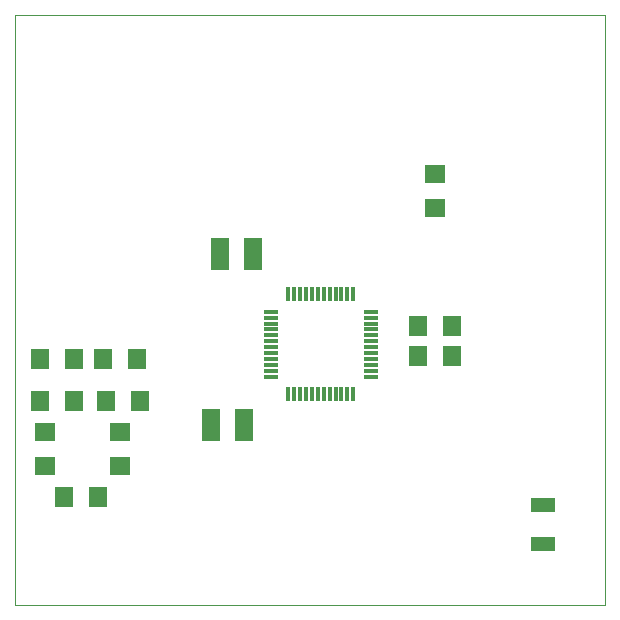
<source format=gtp>
G75*
%MOIN*%
%OFA0B0*%
%FSLAX25Y25*%
%IPPOS*%
%LPD*%
%AMOC8*
5,1,8,0,0,1.08239X$1,22.5*
%
%ADD10C,0.00000*%
%ADD11R,0.04724X0.01181*%
%ADD12R,0.01181X0.04724*%
%ADD13R,0.06299X0.07098*%
%ADD14R,0.07098X0.06299*%
%ADD15R,0.08000X0.05000*%
%ADD16R,0.06299X0.10630*%
D10*
X0002550Y0001000D02*
X0002550Y0197850D01*
X0199400Y0197850D01*
X0199400Y0001000D01*
X0002550Y0001000D01*
D11*
X0087818Y0077173D03*
X0087818Y0079142D03*
X0087818Y0081110D03*
X0087818Y0083079D03*
X0087818Y0085047D03*
X0087818Y0087016D03*
X0087818Y0088984D03*
X0087818Y0090953D03*
X0087818Y0092921D03*
X0087818Y0094890D03*
X0087818Y0096858D03*
X0087818Y0098827D03*
X0121282Y0098827D03*
X0121282Y0096858D03*
X0121282Y0094890D03*
X0121282Y0092921D03*
X0121282Y0090953D03*
X0121282Y0088984D03*
X0121282Y0087016D03*
X0121282Y0085047D03*
X0121282Y0083079D03*
X0121282Y0081110D03*
X0121282Y0079142D03*
X0121282Y0077173D03*
D12*
X0115377Y0071268D03*
X0113408Y0071268D03*
X0111440Y0071268D03*
X0109471Y0071268D03*
X0107503Y0071268D03*
X0105534Y0071268D03*
X0103566Y0071268D03*
X0101597Y0071268D03*
X0099629Y0071268D03*
X0097660Y0071268D03*
X0095692Y0071268D03*
X0093723Y0071268D03*
X0093723Y0104732D03*
X0095692Y0104732D03*
X0097660Y0104732D03*
X0099629Y0104732D03*
X0101597Y0104732D03*
X0103566Y0104732D03*
X0105534Y0104732D03*
X0107503Y0104732D03*
X0109471Y0104732D03*
X0111440Y0104732D03*
X0113408Y0104732D03*
X0115377Y0104732D03*
D13*
X0136952Y0094000D03*
X0136952Y0084000D03*
X0148148Y0084000D03*
X0148148Y0094000D03*
X0043148Y0083000D03*
X0031952Y0083000D03*
X0022148Y0083000D03*
X0010952Y0083000D03*
X0010952Y0069000D03*
X0022148Y0069000D03*
X0032952Y0069000D03*
X0044148Y0069000D03*
X0030148Y0037000D03*
X0018952Y0037000D03*
D14*
X0012550Y0047402D03*
X0012550Y0058598D03*
X0037550Y0058598D03*
X0037550Y0047402D03*
X0142550Y0133402D03*
X0142550Y0144598D03*
D15*
X0178550Y0034500D03*
X0178550Y0021500D03*
D16*
X0082062Y0118000D03*
X0071038Y0118000D03*
X0068038Y0061000D03*
X0079062Y0061000D03*
M02*

</source>
